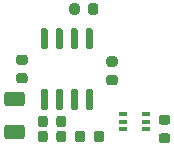
<source format=gtp>
G04 #@! TF.GenerationSoftware,KiCad,Pcbnew,5.1.8-db9833491~87~ubuntu20.04.1*
G04 #@! TF.CreationDate,2020-12-04T00:25:50+00:00*
G04 #@! TF.ProjectId,LEDsupply,4c454473-7570-4706-9c79-2e6b69636164,rev?*
G04 #@! TF.SameCoordinates,Original*
G04 #@! TF.FileFunction,Paste,Top*
G04 #@! TF.FilePolarity,Positive*
%FSLAX46Y46*%
G04 Gerber Fmt 4.6, Leading zero omitted, Abs format (unit mm)*
G04 Created by KiCad (PCBNEW 5.1.8-db9833491~87~ubuntu20.04.1) date 2020-12-04 00:25:50*
%MOMM*%
%LPD*%
G01*
G04 APERTURE LIST*
%ADD10R,0.650000X0.400000*%
G04 APERTURE END LIST*
G04 #@! TO.C,C1*
G36*
G01*
X122933750Y-98140000D02*
X123446250Y-98140000D01*
G75*
G02*
X123665000Y-98358750I0J-218750D01*
G01*
X123665000Y-98796250D01*
G75*
G02*
X123446250Y-99015000I-218750J0D01*
G01*
X122933750Y-99015000D01*
G75*
G02*
X122715000Y-98796250I0J218750D01*
G01*
X122715000Y-98358750D01*
G75*
G02*
X122933750Y-98140000I218750J0D01*
G01*
G37*
G36*
G01*
X122933750Y-96565000D02*
X123446250Y-96565000D01*
G75*
G02*
X123665000Y-96783750I0J-218750D01*
G01*
X123665000Y-97221250D01*
G75*
G02*
X123446250Y-97440000I-218750J0D01*
G01*
X122933750Y-97440000D01*
G75*
G02*
X122715000Y-97221250I0J218750D01*
G01*
X122715000Y-96783750D01*
G75*
G02*
X122933750Y-96565000I218750J0D01*
G01*
G37*
G04 #@! TD*
G04 #@! TO.C,C2*
G36*
G01*
X135511250Y-102520000D02*
X134998750Y-102520000D01*
G75*
G02*
X134780000Y-102301250I0J218750D01*
G01*
X134780000Y-101863750D01*
G75*
G02*
X134998750Y-101645000I218750J0D01*
G01*
X135511250Y-101645000D01*
G75*
G02*
X135730000Y-101863750I0J-218750D01*
G01*
X135730000Y-102301250D01*
G75*
G02*
X135511250Y-102520000I-218750J0D01*
G01*
G37*
G36*
G01*
X135511250Y-104095000D02*
X134998750Y-104095000D01*
G75*
G02*
X134780000Y-103876250I0J218750D01*
G01*
X134780000Y-103438750D01*
G75*
G02*
X134998750Y-103220000I218750J0D01*
G01*
X135511250Y-103220000D01*
G75*
G02*
X135730000Y-103438750I0J-218750D01*
G01*
X135730000Y-103876250D01*
G75*
G02*
X135511250Y-104095000I-218750J0D01*
G01*
G37*
G04 #@! TD*
G04 #@! TO.C,C3*
G36*
G01*
X124505000Y-102491250D02*
X124505000Y-101978750D01*
G75*
G02*
X124723750Y-101760000I218750J0D01*
G01*
X125161250Y-101760000D01*
G75*
G02*
X125380000Y-101978750I0J-218750D01*
G01*
X125380000Y-102491250D01*
G75*
G02*
X125161250Y-102710000I-218750J0D01*
G01*
X124723750Y-102710000D01*
G75*
G02*
X124505000Y-102491250I0J218750D01*
G01*
G37*
G36*
G01*
X126080000Y-102491250D02*
X126080000Y-101978750D01*
G75*
G02*
X126298750Y-101760000I218750J0D01*
G01*
X126736250Y-101760000D01*
G75*
G02*
X126955000Y-101978750I0J-218750D01*
G01*
X126955000Y-102491250D01*
G75*
G02*
X126736250Y-102710000I-218750J0D01*
G01*
X126298750Y-102710000D01*
G75*
G02*
X126080000Y-102491250I0J218750D01*
G01*
G37*
G04 #@! TD*
G04 #@! TO.C,C4*
G36*
G01*
X123180000Y-103755000D02*
X121930000Y-103755000D01*
G75*
G02*
X121680000Y-103505000I0J250000D01*
G01*
X121680000Y-102755000D01*
G75*
G02*
X121930000Y-102505000I250000J0D01*
G01*
X123180000Y-102505000D01*
G75*
G02*
X123430000Y-102755000I0J-250000D01*
G01*
X123430000Y-103505000D01*
G75*
G02*
X123180000Y-103755000I-250000J0D01*
G01*
G37*
G36*
G01*
X123180000Y-100955000D02*
X121930000Y-100955000D01*
G75*
G02*
X121680000Y-100705000I0J250000D01*
G01*
X121680000Y-99955000D01*
G75*
G02*
X121930000Y-99705000I250000J0D01*
G01*
X123180000Y-99705000D01*
G75*
G02*
X123430000Y-99955000I0J-250000D01*
G01*
X123430000Y-100705000D01*
G75*
G02*
X123180000Y-100955000I-250000J0D01*
G01*
G37*
G04 #@! TD*
G04 #@! TO.C,R1*
G36*
G01*
X127197500Y-92966250D02*
X127197500Y-92453750D01*
G75*
G02*
X127416250Y-92235000I218750J0D01*
G01*
X127853750Y-92235000D01*
G75*
G02*
X128072500Y-92453750I0J-218750D01*
G01*
X128072500Y-92966250D01*
G75*
G02*
X127853750Y-93185000I-218750J0D01*
G01*
X127416250Y-93185000D01*
G75*
G02*
X127197500Y-92966250I0J218750D01*
G01*
G37*
G36*
G01*
X128772500Y-92966250D02*
X128772500Y-92453750D01*
G75*
G02*
X128991250Y-92235000I218750J0D01*
G01*
X129428750Y-92235000D01*
G75*
G02*
X129647500Y-92453750I0J-218750D01*
G01*
X129647500Y-92966250D01*
G75*
G02*
X129428750Y-93185000I-218750J0D01*
G01*
X128991250Y-93185000D01*
G75*
G02*
X128772500Y-92966250I0J218750D01*
G01*
G37*
G04 #@! TD*
G04 #@! TO.C,R2*
G36*
G01*
X130553750Y-98292500D02*
X131066250Y-98292500D01*
G75*
G02*
X131285000Y-98511250I0J-218750D01*
G01*
X131285000Y-98948750D01*
G75*
G02*
X131066250Y-99167500I-218750J0D01*
G01*
X130553750Y-99167500D01*
G75*
G02*
X130335000Y-98948750I0J218750D01*
G01*
X130335000Y-98511250D01*
G75*
G02*
X130553750Y-98292500I218750J0D01*
G01*
G37*
G36*
G01*
X130553750Y-96717500D02*
X131066250Y-96717500D01*
G75*
G02*
X131285000Y-96936250I0J-218750D01*
G01*
X131285000Y-97373750D01*
G75*
G02*
X131066250Y-97592500I-218750J0D01*
G01*
X130553750Y-97592500D01*
G75*
G02*
X130335000Y-97373750I0J218750D01*
G01*
X130335000Y-96936250D01*
G75*
G02*
X130553750Y-96717500I218750J0D01*
G01*
G37*
G04 #@! TD*
G04 #@! TO.C,R3*
G36*
G01*
X129255000Y-103761250D02*
X129255000Y-103248750D01*
G75*
G02*
X129473750Y-103030000I218750J0D01*
G01*
X129911250Y-103030000D01*
G75*
G02*
X130130000Y-103248750I0J-218750D01*
G01*
X130130000Y-103761250D01*
G75*
G02*
X129911250Y-103980000I-218750J0D01*
G01*
X129473750Y-103980000D01*
G75*
G02*
X129255000Y-103761250I0J218750D01*
G01*
G37*
G36*
G01*
X127680000Y-103761250D02*
X127680000Y-103248750D01*
G75*
G02*
X127898750Y-103030000I218750J0D01*
G01*
X128336250Y-103030000D01*
G75*
G02*
X128555000Y-103248750I0J-218750D01*
G01*
X128555000Y-103761250D01*
G75*
G02*
X128336250Y-103980000I-218750J0D01*
G01*
X127898750Y-103980000D01*
G75*
G02*
X127680000Y-103761250I0J218750D01*
G01*
G37*
G04 #@! TD*
G04 #@! TO.C,R4*
G36*
G01*
X124505000Y-103761250D02*
X124505000Y-103248750D01*
G75*
G02*
X124723750Y-103030000I218750J0D01*
G01*
X125161250Y-103030000D01*
G75*
G02*
X125380000Y-103248750I0J-218750D01*
G01*
X125380000Y-103761250D01*
G75*
G02*
X125161250Y-103980000I-218750J0D01*
G01*
X124723750Y-103980000D01*
G75*
G02*
X124505000Y-103761250I0J218750D01*
G01*
G37*
G36*
G01*
X126080000Y-103761250D02*
X126080000Y-103248750D01*
G75*
G02*
X126298750Y-103030000I218750J0D01*
G01*
X126736250Y-103030000D01*
G75*
G02*
X126955000Y-103248750I0J-218750D01*
G01*
X126955000Y-103761250D01*
G75*
G02*
X126736250Y-103980000I-218750J0D01*
G01*
X126298750Y-103980000D01*
G75*
G02*
X126080000Y-103761250I0J218750D01*
G01*
G37*
G04 #@! TD*
G04 #@! TO.C,U1*
G36*
G01*
X125245000Y-101240000D02*
X124945000Y-101240000D01*
G75*
G02*
X124795000Y-101090000I0J150000D01*
G01*
X124795000Y-99640000D01*
G75*
G02*
X124945000Y-99490000I150000J0D01*
G01*
X125245000Y-99490000D01*
G75*
G02*
X125395000Y-99640000I0J-150000D01*
G01*
X125395000Y-101090000D01*
G75*
G02*
X125245000Y-101240000I-150000J0D01*
G01*
G37*
G36*
G01*
X126515000Y-101240000D02*
X126215000Y-101240000D01*
G75*
G02*
X126065000Y-101090000I0J150000D01*
G01*
X126065000Y-99640000D01*
G75*
G02*
X126215000Y-99490000I150000J0D01*
G01*
X126515000Y-99490000D01*
G75*
G02*
X126665000Y-99640000I0J-150000D01*
G01*
X126665000Y-101090000D01*
G75*
G02*
X126515000Y-101240000I-150000J0D01*
G01*
G37*
G36*
G01*
X127785000Y-101240000D02*
X127485000Y-101240000D01*
G75*
G02*
X127335000Y-101090000I0J150000D01*
G01*
X127335000Y-99640000D01*
G75*
G02*
X127485000Y-99490000I150000J0D01*
G01*
X127785000Y-99490000D01*
G75*
G02*
X127935000Y-99640000I0J-150000D01*
G01*
X127935000Y-101090000D01*
G75*
G02*
X127785000Y-101240000I-150000J0D01*
G01*
G37*
G36*
G01*
X129055000Y-101240000D02*
X128755000Y-101240000D01*
G75*
G02*
X128605000Y-101090000I0J150000D01*
G01*
X128605000Y-99640000D01*
G75*
G02*
X128755000Y-99490000I150000J0D01*
G01*
X129055000Y-99490000D01*
G75*
G02*
X129205000Y-99640000I0J-150000D01*
G01*
X129205000Y-101090000D01*
G75*
G02*
X129055000Y-101240000I-150000J0D01*
G01*
G37*
G36*
G01*
X129055000Y-96090000D02*
X128755000Y-96090000D01*
G75*
G02*
X128605000Y-95940000I0J150000D01*
G01*
X128605000Y-94490000D01*
G75*
G02*
X128755000Y-94340000I150000J0D01*
G01*
X129055000Y-94340000D01*
G75*
G02*
X129205000Y-94490000I0J-150000D01*
G01*
X129205000Y-95940000D01*
G75*
G02*
X129055000Y-96090000I-150000J0D01*
G01*
G37*
G36*
G01*
X127785000Y-96090000D02*
X127485000Y-96090000D01*
G75*
G02*
X127335000Y-95940000I0J150000D01*
G01*
X127335000Y-94490000D01*
G75*
G02*
X127485000Y-94340000I150000J0D01*
G01*
X127785000Y-94340000D01*
G75*
G02*
X127935000Y-94490000I0J-150000D01*
G01*
X127935000Y-95940000D01*
G75*
G02*
X127785000Y-96090000I-150000J0D01*
G01*
G37*
G36*
G01*
X126515000Y-96090000D02*
X126215000Y-96090000D01*
G75*
G02*
X126065000Y-95940000I0J150000D01*
G01*
X126065000Y-94490000D01*
G75*
G02*
X126215000Y-94340000I150000J0D01*
G01*
X126515000Y-94340000D01*
G75*
G02*
X126665000Y-94490000I0J-150000D01*
G01*
X126665000Y-95940000D01*
G75*
G02*
X126515000Y-96090000I-150000J0D01*
G01*
G37*
G36*
G01*
X125245000Y-96090000D02*
X124945000Y-96090000D01*
G75*
G02*
X124795000Y-95940000I0J150000D01*
G01*
X124795000Y-94490000D01*
G75*
G02*
X124945000Y-94340000I150000J0D01*
G01*
X125245000Y-94340000D01*
G75*
G02*
X125395000Y-94490000I0J-150000D01*
G01*
X125395000Y-95940000D01*
G75*
G02*
X125245000Y-96090000I-150000J0D01*
G01*
G37*
G04 #@! TD*
D10*
G04 #@! TO.C,U2*
X133665000Y-102885000D03*
X133665000Y-101585000D03*
X131765000Y-102235000D03*
X133665000Y-102235000D03*
X131765000Y-101585000D03*
X131765000Y-102885000D03*
G04 #@! TD*
M02*

</source>
